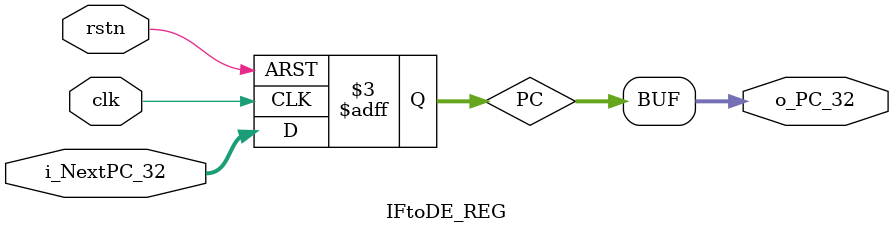
<source format=v>
module IFtoDE_REG(
		input clk,
		input rstn,
		input [31:0] i_NextPC_32,
		output[31:0] o_PC_32
);

reg [31:0] PC;

always @(posedge clk or negedge rstn) begin
	if (!rstn) begin
		PC <= 32'b0;	
	end else begin
		PC <= i_NextPC_32;
	end
end

assign o_PC_32 = PC;

endmodule

</source>
